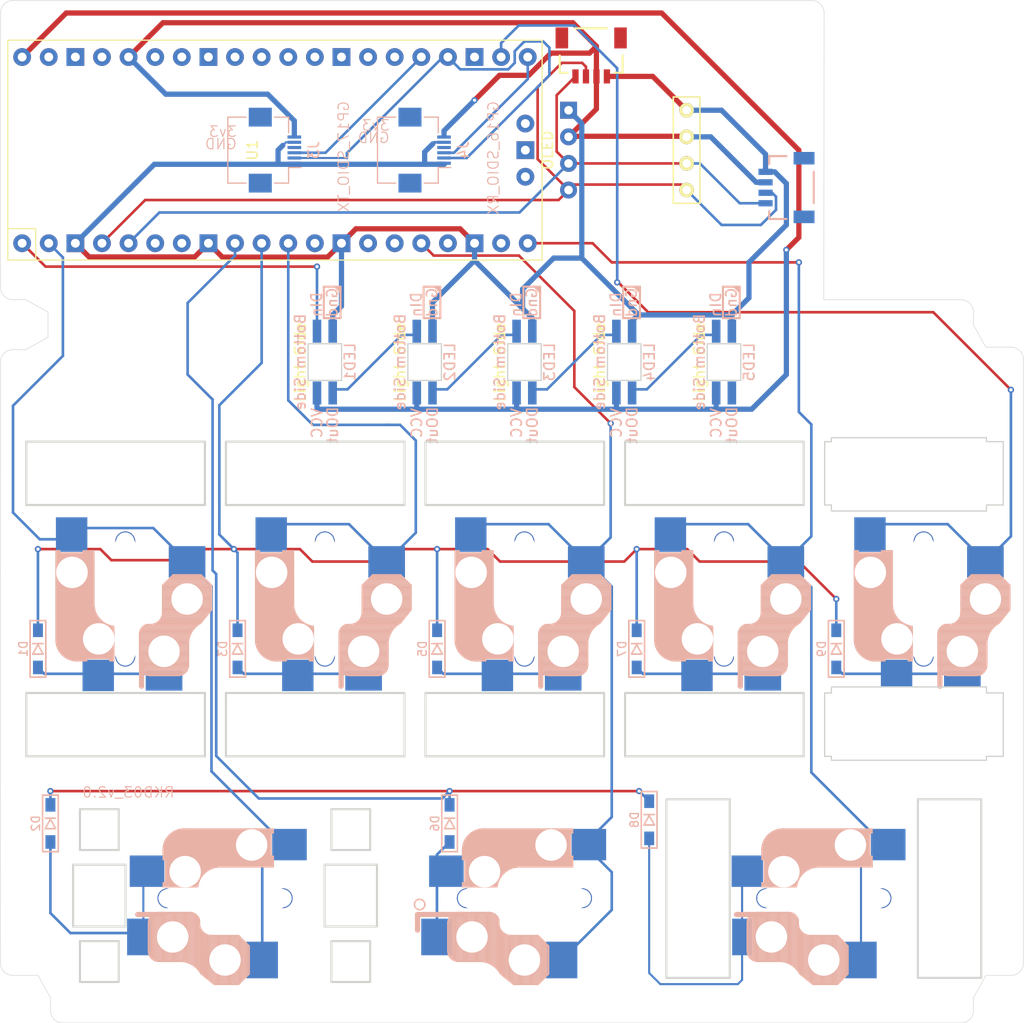
<source format=kicad_pcb>
(kicad_pcb (version 20241229) (generator "pcbnew") (generator_version "9.0")
  (layers (0 "F.Cu" signal) (2 "B.Cu" signal) (13 "F.Paste" user) (15 "B.Paste" user) (5 "F.SilkS" user "F.Silkscreen") (7 "B.SilkS" user "B.Silkscreen") (1 "F.Mask" user) (3 "B.Mask" user) (25 "Edge.Cuts" user))
  (net 0 "")
  (net 1 "Net-(D1-A)")
  (net 2 "Row0")
  (net 3 "Net-(D2-A)")
  (net 4 "Row1")
  (net 5 "Net-(D3-A)")
  (net 6 "Net-(D5-A)")
  (net 7 "Net-(D6-A)")
  (net 8 "Net-(D7-A)")
  (net 9 "Net-(D8-A)")
  (net 10 "Net-(D9-A)")
  (net 11 "SCL-DIO")
  (net 12 "GND")
  (net 13 "SDA-SCK")
  (net 14 "VCC")
  (net 15 "Col0")
  (net 16 "Col1")
  (net 17 "Col2")
  (net 18 "Col3")
  (net 20 "LED")
  (net 21 "Col4")
  (net 24 "3v3")
  (net 30 "unconnected-(U1-3V3_EN-Pad37)")
  (net 31 "Net-(LED1-DOUT)")
  (net 32 "Net-(LED2-DOUT)")
  (net 33 "Net-(LED3-DOUT)")
  (net 34 "Net-(LED4-DOUT)")
  (net 40 "SCLK")
  (net 57 "SDIO_TX")
  (net 58 "SDIO_RX")
  (footprint "kbd_Parts:LED_SK6812MINI-E_BL" (layer "F.Cu") (at 111.9188 51.196975 -90)
    (property "Reference" "LED5")
    (property "Value" "LED_SK6812MINI-E")
    (fp_line (start -1.75 1.6) (end -1.75 -1.6) (stroke (width 0.12)) (layer "Edge.Cuts"))
    (fp_line (start 1.75 1.6) (end -1.75 1.6) (stroke (width 0.12)) (layer "Edge.Cuts"))
    (fp_line (start -1.75 -1.6) (end 1.75 -1.6) (stroke (width 0.12)) (layer "Edge.Cuts"))
    (fp_line (start 1.75 -1.6) (end 1.75 1.6) (stroke (width 0.12)) (layer "Edge.Cuts"))
  )
  (footprint "Rikkodo_FootPrint:rkd_Guard_Screw_Hall" (layer "F.Cu") (at 75.0094 30.9562)
    (property "Reference" "M1" (hide yes))
    (property "Value" "Mark" (hide yes))
  )
  (footprint "kbd_Parts:Diode_SMD" (layer "F.Cu") (at 104.775 94.9037 -90)
    (property "Reference" "D8")
    (property "Value" "D" (hide yes))
  )
  (footprint "Rikkodo_FootPrint:rkd_Asm_CherryChocV1V2_Hotswap_1u" (layer "F.Cu") (at 92.8688 102.3937)
    (property "Reference" "SW6" (hide yes))
    (property "Value" "SW_Push" (hide yes))
  )
  (footprint "kbd_Parts:LED_SK6812MINI-E_BL" (layer "F.Cu") (at 73.8188 51.196875 -90)
    (property "Reference" "LED1")
    (property "Value" "LED_SK6812MINI-E")
    (fp_line (start -1.75 1.6) (end -1.75 -1.6) (stroke (width 0.12)) (layer "Edge.Cuts"))
    (fp_line (start 1.75 1.6) (end -1.75 1.6) (stroke (width 0.12)) (layer "Edge.Cuts"))
    (fp_line (start -1.75 -1.6) (end 1.75 -1.6) (stroke (width 0.12)) (layer "Edge.Cuts"))
    (fp_line (start 1.75 -1.6) (end 1.75 1.6) (stroke (width 0.12)) (layer "Edge.Cuts"))
  )
  (footprint "Rikkodo_FootPrint:rkd_Asm_CherryChocV1V2_Hotswap_2u" (layer "F.Cu") (at 92.8688 73.8187 90)
    (property "Reference" "SW5" (hide yes))
    (property "Value" "SW_Push" (hide yes))
    (fp_line (start 15.025 -9.445) (end 8.975 -9.445) (stroke (width 0.2)) (layer "Edge.Cuts"))
    (fp_line (start 8.975 -9.445) (end 8.975 7.605) (stroke (width 0.2)) (layer "Edge.Cuts"))
    (fp_line (start -8.975 -9.445) (end -8.975 7.605) (stroke (width 0.2)) (layer "Edge.Cuts"))
    (fp_line (start -15.025 -9.445) (end -8.975 -9.445) (stroke (width 0.2)) (layer "Edge.Cuts"))
    (fp_line (start 15.025 7.605) (end 15.025 -9.445) (stroke (width 0.2)) (layer "Edge.Cuts"))
    (fp_line (start 8.975 7.605) (end 15.025 7.605) (stroke (width 0.2)) (layer "Edge.Cuts"))
    (fp_line (start -8.975 7.605) (end -15.025 7.605) (stroke (width 0.2)) (layer "Edge.Cuts"))
    (fp_line (start -15.025 7.605) (end -15.025 -9.445) (stroke (width 0.2)) (layer "Edge.Cuts"))
  )
  (footprint "kbd_Parts:LED_SK6812MINI-E_BL" (layer "F.Cu") (at 92.8688 51.196875 -90)
    (property "Reference" "LED3")
    (property "Value" "LED_SK6812MINI-E")
    (fp_line (start -1.75 1.6) (end -1.75 -1.6) (stroke (width 0.12)) (layer "Edge.Cuts"))
    (fp_line (start 1.75 1.6) (end -1.75 1.6) (stroke (width 0.12)) (layer "Edge.Cuts"))
    (fp_line (start -1.75 -1.6) (end 1.75 -1.6) (stroke (width 0.12)) (layer "Edge.Cuts"))
    (fp_line (start 1.75 -1.6) (end 1.75 1.6) (stroke (width 0.12)) (layer "Edge.Cuts"))
  )
  (footprint "Rikkodo_FootPrint:rkd_Asm_CherryChocV1V2_Hotswap_2u" (layer "F.Cu") (at 73.8188 73.8187 90)
    (property "Reference" "SW3" (hide yes))
    (property "Value" "SW_Push" (hide yes))
    (fp_line (start 15.025 -9.445) (end 8.975 -9.445) (stroke (width 0.2)) (layer "Edge.Cuts"))
    (fp_line (start 8.975 -9.445) (end 8.975 7.605) (stroke (width 0.2)) (layer "Edge.Cuts"))
    (fp_line (start -8.975 -9.445) (end -8.975 7.605) (stroke (width 0.2)) (layer "Edge.Cuts"))
    (fp_line (start -15.025 -9.445) (end -8.975 -9.445) (stroke (width 0.2)) (layer "Edge.Cuts"))
    (fp_line (start 15.025 7.605) (end 15.025 -9.445) (stroke (width 0.2)) (layer "Edge.Cuts"))
    (fp_line (start 8.975 7.605) (end 15.025 7.605) (stroke (width 0.2)) (layer "Edge.Cuts"))
    (fp_line (start -8.975 7.605) (end -15.025 7.605) (stroke (width 0.2)) (layer "Edge.Cuts"))
    (fp_line (start -15.025 7.605) (end -15.025 -9.445) (stroke (width 0.2)) (layer "Edge.Cuts"))
  )
  (footprint "kbd_Hole:m2_Screw_Hole" (layer "F.Cu") (at 121.44375 50.00625)
    (property "Reference" "M3")
    (property "Value" "Mark")
  )
  (footprint "kbd_Parts:Diode_SMD" (layer "F.Cu") (at 85.725 95.25 -90)
    (property "Reference" "D6")
    (property "Value" "D" (hide yes))
  )
  (footprint "Rikkodo_FootPrint:rkd_Asm_CherryChocV1V2byV1_Hotswap_2u" (layer "F.Cu") (at 64.29375 102.39375)
    (property "Reference" "SW2" (hide yes))
    (property "Value" "SW_Push" (hide yes))
    (fp_line (start -14.5 -3.2) (end -14.5 2.7) (stroke (width 0.2)) (layer "Edge.Cuts"))
    (fp_line (start -13.85 -8.5) (end -10.15 -8.5) (stroke (width 0.2)) (layer "Edge.Cuts"))
    (fp_line (start -13.85 -4.6) (end -13.85 -8.5) (stroke (width 0.2)) (layer "Edge.Cuts"))
    (fp_line (start -13.85 8) (end -13.85 4.1) (stroke (width 0.2)) (layer "Edge.Cuts"))
    (fp_line (start -13.85 8) (end -10.15 8) (stroke (width 0.2)) (layer "Edge.Cuts"))
    (fp_line (start -10.15 -8.5) (end -10.15 -4.6) (stroke (width 0.2)) (layer "Edge.Cuts"))
    (fp_line (start -10.15 -4.6) (end -13.85 -4.6) (stroke (width 0.2)) (layer "Edge.Cuts"))
    (fp_line (start -10.15 4.1) (end -13.85 4.1) (stroke (width 0.2)) (layer "Edge.Cuts"))
    (fp_line (start -10.15 8) (end -10.15 4.1) (stroke (width 0.2)) (layer "Edge.Cuts"))
    (fp_line (start -9.5 -3.2) (end -14.5 -3.2) (stroke (width 0.2)) (layer "Edge.Cuts"))
    (fp_line (start -9.5 2.7) (end -14.5 2.7) (stroke (width 0.2)) (layer "Edge.Cuts"))
    (fp_line (start -9.5 2.7) (end -9.5 -3.2) (stroke (width 0.2)) (layer "Edge.Cuts"))
    (fp_line (start 9.5 -3.2) (end 9.5 2.7) (stroke (width 0.2)) (layer "Edge.Cuts"))
    (fp_line (start 9.5 -3.2) (end 14.5 -3.2) (stroke (width 0.2)) (layer "Edge.Cuts"))
    (fp_line (start 9.5 2.7) (end 14.5 2.7) (stroke (width 0.2)) (layer "Edge.Cuts"))
    (fp_line (start 10.15 -8.5) (end 10.15 -4.6) (stroke (width 0.2)) (layer "Edge.Cuts"))
    (fp_line (start 10.15 -4.6) (end 13.85 -4.6) (stroke (width 0.2)) (layer "Edge.Cuts"))
    (fp_line (start 10.15 4.1) (end 13.85 4.1) (stroke (width 0.2)) (layer "Edge.Cuts"))
    (fp_line (start 10.15 8) (end 10.15 4.1) (stroke (width 0.2)) (layer "Edge.Cuts"))
    (fp_line (start 13.85 -8.5) (end 10.15 -8.5) (stroke (width 0.2)) (layer "Edge.Cuts"))
    (fp_line (start 13.85 -8.5) (end 13.85 -4.6) (stroke (width 0.2)) (layer "Edge.Cuts"))
    (fp_line (start 13.85 4.1) (end 13.85 8) (stroke (width 0.2)) (layer "Edge.Cuts"))
    (fp_line (start 13.85 8) (end 10.15 8) (stroke (width 0.2)) (layer "Edge.Cuts"))
    (fp_line (start 14.5 2.7) (end 14.5 -3.2) (stroke (width 0.2)) (layer "Edge.Cuts"))
  )
  (footprint "kbd_Parts:OLED" (layer "F.Cu") (at 108.346875 34.76625 90)
    (property "Reference" "OL2")
    (property "Value" "OLED" (hide yes))
  )
  (footprint "Rikkodo_FootPrint:rkd_Asm_CherryChocV1V2_Hotswap_2u" (layer "F.Cu") (at 121.44375 102.3937)
    (property "Reference" "SW8" (hide yes))
    (property "Value" "SW_Push" (hide yes))
    (fp_line (start -15.025 -9.445) (end -8.975 -9.445) (stroke (width 0.2)) (layer "Edge.Cuts"))
    (fp_line (start -15.025 7.605) (end -15.025 -9.445) (stroke (width 0.2)) (layer "Edge.Cuts"))
    (fp_line (start -8.975 -9.445) (end -8.975 7.605) (stroke (width 0.2)) (layer "Edge.Cuts"))
    (fp_line (start -8.975 7.605) (end -15.025 7.605) (stroke (width 0.2)) (layer "Edge.Cuts"))
    (fp_line (start 8.975 -9.445) (end 8.975 7.605) (stroke (width 0.2)) (layer "Edge.Cuts"))
    (fp_line (start 8.975 7.605) (end 15.025 7.605) (stroke (width 0.2)) (layer "Edge.Cuts"))
    (fp_line (start 15.025 -9.445) (end 8.975 -9.445) (stroke (width 0.2)) (layer "Edge.Cuts"))
    (fp_line (start 15.025 7.605) (end 15.025 -9.445) (stroke (width 0.2)) (layer "Edge.Cuts"))
  )
  (footprint "kbd_Hole:m2_Screw_Hole" (layer "F.Cu") (at 64.29375 50.00625)
    (property "Reference" "M2")
    (property "Value" "Mark")
  )
  (footprint "SparkFun-Connector:JST_SMD_1.0mm-4_Black" (layer "F.Cu") (at 99.240625 23.915625 180)
    (property "Reference" "J2")
    (property "Value" "Qwiic_RA")
  )
  (footprint "Rikkodo_FootPrint:rkd_RPi_Pico_TH" (layer "F.Cu") (at 69.0563 30.9562 90)
    (property "Reference" "U1")
    (property "Value" "Pico")
  )
  (footprint "kbd_Parts:LED_SK6812MINI-E_BL" (layer "F.Cu") (at 102.3938 51.196975 -90)
    (property "Reference" "LED4")
    (property "Value" "LED_SK6812MINI-E")
    (fp_line (start -1.75 1.6) (end -1.75 -1.6) (stroke (width 0.12)) (layer "Edge.Cuts"))
    (fp_line (start 1.75 1.6) (end -1.75 1.6) (stroke (width 0.12)) (layer "Edge.Cuts"))
    (fp_line (start -1.75 -1.6) (end 1.75 -1.6) (stroke (width 0.12)) (layer "Edge.Cuts"))
    (fp_line (start 1.75 -1.6) (end 1.75 1.6) (stroke (width 0.12)) (layer "Edge.Cuts"))
  )
  (footprint "BrownSugar_KBD:OLED_center_display" (layer "F.Cu") (at 78.5813 30.9562 90)
    (property "Reference" "OL1")
    (property "Value" "OLED" (hide yes))
  )
  (footprint "Rikkodo_FootPrint:rkd_Asm_CherryChocV1V2_Hotswap_2uW" (layer "F.Cu") (at 130.9688 73.8187 90)
    (property "Reference" "SW9" (hide yes))
    (property "Value" "SW_Push" (hide yes))
    (fp_line (start 15.025 -9.445) (end 8.975 -9.445) (stroke (width 0.12)) (layer "Edge.Cuts"))
    (fp_line (start 15.025 -9.445) (end 15.025 -8.8) (stroke (width 0.12)) (layer "Edge.Cuts"))
    (fp_line (start 8.975 -9.445) (end 8.975 -8.8) (stroke (width 0.12)) (layer "Edge.Cuts"))
    (fp_line (start -15.025 -9.445) (end -8.975 -9.445) (stroke (width 0.12)) (layer "Edge.Cuts"))
    (fp_line (start 15.4 -8.8) (end 15.4 6) (stroke (width 0.12)) (layer "Edge.Cuts"))
    (fp_line (start 15.025 -8.8) (end 15.4 -8.8) (stroke (width 0.12)) (layer "Edge.Cuts"))
    (fp_line (start 8.4 -8.8) (end 8.975 -8.8) (stroke (width 0.12)) (layer "Edge.Cuts"))
    (fp_line (start -8.4 -8.8) (end -8.975 -8.8) (stroke (width 0.12)) (layer "Edge.Cuts"))
    (fp_line (start -8.975 -8.8) (end -8.975 -9.445) (stroke (width 0.12)) (layer "Edge.Cuts"))
    (fp_line (start -15.025 -8.8) (end -15.025 -9.445) (stroke (width 0.12)) (layer "Edge.Cuts"))
    (fp_line (start -15.025 -8.8) (end -15.4 -8.8) (stroke (width 0.12)) (layer "Edge.Cuts"))
    (fp_line (start -15.4 -8.8) (end -15.4 6) (stroke (width 0.12)) (layer "Edge.Cuts"))
    (fp_line (start 15.4 6) (end 15.025 6) (stroke (width 0.12)) (layer "Edge.Cuts"))
    (fp_line (start 8.975 6) (end 8.4 6) (stroke (width 0.12)) (layer "Edge.Cuts"))
    (fp_line (start 8.975 6) (end 8.975 7.605) (stroke (width 0.12)) (layer "Edge.Cuts"))
    (fp_line (start 8.4 6) (end 8.4 -8.8) (stroke (width 0.12)) (layer "Edge.Cuts"))
    (fp_line (start -8.4 6) (end -8.4 -8.8) (stroke (width 0.12)) (layer "Edge.Cuts"))
    (fp_line (start -8.4 6) (end -8.975 6) (stroke (width 0.12)) (layer "Edge.Cuts"))
    (fp_line (start -8.975 6) (end -8.975 7.605) (stroke (width 0.12)) (layer "Edge.Cuts"))
    (fp_line (start -15.4 6) (end -15.025 6) (stroke (width 0.12)) (layer "Edge.Cuts"))
    (fp_line (start 15.025 7.605) (end 15.025 6) (stroke (width 0.12)) (layer "Edge.Cuts"))
    (fp_line (start 8.975 7.605) (end 15.025 7.605) (stroke (width 0.12)) (layer "Edge.Cuts"))
    (fp_line (start -8.975 7.605) (end -15.025 7.605) (stroke (width 0.12)) (layer "Edge.Cuts"))
    (fp_line (start -15.025 7.605) (end -15.025 6) (stroke (width 0.12)) (layer "Edge.Cuts"))
  )
  (footprint "kbd_Parts:Diode_SMD" (layer "F.Cu") (at 122.634375 78.5812 -90)
    (property "Reference" "D9")
    (property "Value" "D" (hide yes))
  )
  (footprint "kbd_Hole:m2_Screw_Hole" (layer "F.Cu") (at 64.29375 51.196875)
    (property "Reference" "M4")
    (property "Value" "Mark")
  )
  (footprint "kbd_Parts:Diode_SMD" (layer "F.Cu") (at 65.484375 78.5812 -90)
    (property "Reference" "D3")
    (property "Value" "D" (hide yes))
  )
  (footprint "kbd_Parts:Diode_SMD" (layer "F.Cu") (at 47.625 95.25 -90)
    (property "Reference" "D2")
    (property "Value" "D" (hide yes))
  )
  (footprint "kbd_Parts:Diode_SMD" (layer "F.Cu") (at 103.584375 78.58125 -90)
    (property "Reference" "D7")
    (property "Value" "D" (hide yes))
  )
  (footprint "kbd_Hole:m2_Screw_Hole" (layer "F.Cu") (at 121.44375 51.196875)
    (property "Reference" "M5")
    (property "Value" "Mark")
  )
  (footprint "kbd_Parts:Diode_SMD" (layer "F.Cu") (at 46.434375 78.5812 -90)
    (property "Reference" "D1")
    (property "Value" "D" (hide yes))
  )
  (footprint "kbd_Parts:Diode_SMD" (layer "F.Cu") (at 84.534375 78.5812 -90)
    (property "Reference" "D5")
    (property "Value" "D" (hide yes))
  )
  (footprint "Rikkodo_FootPrint:rkd_Asm_CherryChocV1V2_Hotswap_2u" (layer "F.Cu") (at 54.7688 73.8187 90)
    (property "Reference" "SW1" (hide yes))
    (property "Value" "SW_Push" (hide yes))
    (fp_line (start 15.025 -9.445) (end 8.975 -9.445) (stroke (width 0.2)) (layer "Edge.Cuts"))
    (fp_line (start 8.975 -9.445) (end 8.975 7.605) (stroke (width 0.2)) (layer "Edge.Cuts"))
    (fp_line (start -8.975 -9.445) (end -8.975 7.605) (stroke (width 0.2)) (layer "Edge.Cuts"))
    (fp_line (start -15.025 -9.445) (end -8.975 -9.445) (stroke (width 0.2)) (layer "Edge.Cuts"))
    (fp_line (start 15.025 7.605) (end 15.025 -9.445) (stroke (width 0.2)) (layer "Edge.Cuts"))
    (fp_line (start 8.975 7.605) (end 15.025 7.605) (stroke (width 0.2)) (layer "Edge.Cuts"))
    (fp_line (start -8.975 7.605) (end -15.025 7.605) (stroke (width 0.2)) (layer "Edge.Cuts"))
    (fp_line (start -15.025 7.605) (end -15.025 -9.445) (stroke (width 0.2)) (layer "Edge.Cuts"))
  )
  (footprint "Rikkodo_FootPrint:rkd_Asm_CherryChocV1V2_Hotswap_2u" (layer "F.Cu") (at 111.9188 73.8187 90)
    (property "Reference" "SW7" (hide yes))
    (property "Value" "SW_Push" (hide yes))
    (fp_line (start 15.025 -9.445) (end 8.975 -9.445) (stroke (width 0.2)) (layer "Edge.Cuts"))
    (fp_line (start 8.975 -9.445) (end 8.975 7.605) (stroke (width 0.2)) (layer "Edge.Cuts"))
    (fp_line (start -8.975 -9.445) (end -8.975 7.605) (stroke (width 0.2)) (layer "Edge.Cuts"))
    (fp_line (start -15.025 -9.445) (end -8.975 -9.445) (stroke (width 0.2)) (layer "Edge.Cuts"))
    (fp_line (start 15.025 7.605) (end 15.025 -9.445) (stroke (width 0.2)) (layer "Edge.Cuts"))
    (fp_line (start 8.975 7.605) (end 15.025 7.605) (stroke (width 0.2)) (layer "Edge.Cuts"))
    (fp_line (start -8.975 7.605) (end -15.025 7.605) (stroke (width 0.2)) (layer "Edge.Cuts"))
    (fp_line (start -15.025 7.605) (end -15.025 -9.445) (stroke (width 0.2)) (layer "Edge.Cuts"))
  )
  (footprint "kbd_Parts:LED_SK6812MINI-E_BL" (layer "F.Cu") (at 83.3438 51.196975 -90)
    (property "Reference" "LED2")
    (property "Value" "LED_SK6812MINI-E")
    (fp_line (start -1.75 1.6) (end -1.75 -1.6) (stroke (width 0.12)) (layer "Edge.Cuts"))
    (fp_line (start 1.75 1.6) (end -1.75 1.6) (stroke (width 0.12)) (layer "Edge.Cuts"))
    (fp_line (start -1.75 -1.6) (end 1.75 -1.6) (stroke (width 0.12)) (layer "Edge.Cuts"))
    (fp_line (start 1.75 -1.6) (end 1.75 1.6) (stroke (width 0.12)) (layer "Edge.Cuts"))
  )
  (footprint "Connector_FFC-FPC:Hirose_FH12-6S-0.5SH_1x06-1MP_P0.50mm_Horizontal" (layer "B.Cu") (at 83.34375 30.95625 90)
    (property "Reference" "J4")
    (property "Value" "Conn_01x06")
  )
  (footprint "SparkFun-Connector:JST_SMD_1.0mm-4_Black" (layer "B.Cu") (at 115.882875 34.528125 -90)
    (property "Reference" "J1")
    (property "Value" "Qwiic_RA")
  )
  (footprint "Connector_FFC-FPC:Hirose_FH12-6S-0.5SH_1x06-1MP_P0.50mm_Horizontal" (layer "B.Cu") (at 69.0563 30.9562 90)
    (property "Reference" "J3")
    (property "Value" "Conn_01x06")
  )
  (gr_arc (start 135.73125 113.109375) (mid 135.382524 113.951274) (end 134.540625 114.3) (stroke (width 0.05)) (layer "Edge.Cuts"))
  (gr_line (start 42.862525 51.196875) (end 42.853125 108.578125) (stroke (width 0.05)) (layer "Edge.Cuts"))
  (gr_line (start 42.862525 17.859375) (end 42.8625 44.053125) (stroke (width 0.05)) (layer "Edge.Cuts"))
  (gr_arc (start 42.862525 51.196875) (mid 43.211244 50.354994) (end 44.053125 50.006275) (stroke (width 0.05)) (layer "Edge.Cuts"))
  (gr_line (start 45.24375 45.225) (end 47.39375 46.425) (stroke (width 0.05)) (layer "Edge.Cuts"))
  (gr_arc (start 44.053125 45.24375) (mid 43.211226 44.895024) (end 42.8625 44.053125) (stroke (width 0.05)) (layer "Edge.Cuts"))
  (gr_arc (start 140.503125 108.578125) (mid 140.154399 109.420024) (end 139.3125 109.76875) (stroke (width 0.05)) (layer "Edge.Cuts"))
  (gr_line (start 139.3125 49.775) (end 136.9125 49.775) (stroke (width 0.05)) (layer "Edge.Cuts"))
  (gr_line (start 135.73125 113.109375) (end 135.7125 111.91875) (stroke (width 0.05)) (layer "Edge.Cuts"))
  (gr_line (start 140.503125 50.965625) (end 140.503125 108.578125) (stroke (width 0.05)) (layer "Edge.Cuts"))
  (gr_line (start 44.04375 109.76875) (end 46.44375 109.76875) (stroke (width 0.05)) (layer "Edge.Cuts"))
  (gr_line (start 136.9125 109.76875) (end 139.3125 109.76875) (stroke (width 0.05)) (layer "Edge.Cuts"))
  (gr_arc (start 48.815625 114.3) (mid 47.973726 113.951274) (end 47.625 113.109375) (stroke (width 0.05)) (layer "Edge.Cuts"))
  (gr_line (start 121.471875 17.8594) (end 121.44375 45.24375) (stroke (width 0.05)) (layer "Edge.Cuts"))
  (gr_line (start 47.39375 48.825) (end 47.39375 46.425) (stroke (width 0.05)) (layer "Edge.Cuts"))
  (gr_arc (start 134.540625 45.24375) (mid 135.382502 45.592498) (end 135.73125 46.434375) (stroke (width 0.05)) (layer "Edge.Cuts"))
  (gr_line (start 47.64375 111.91875) (end 47.625 113.109375) (stroke (width 0.05)) (layer "Edge.Cuts"))
  (gr_line (start 120.28125 16.668775) (end 44.05315 16.66875) (stroke (width 0.05)) (layer "Edge.Cuts"))
  (gr_line (start 44.053125 50.00625) (end 45.24375 50.025) (stroke (width 0.05)) (layer "Edge.Cuts"))
  (gr_line (start 45.24375 50.025) (end 47.39375 48.825) (stroke (width 0.05)) (layer "Edge.Cuts"))
  (gr_line (start 45.24375 45.225) (end 44.053125 45.24375) (stroke (width 0.05)) (layer "Edge.Cuts"))
  (gr_arc (start 42.862525 17.859375) (mid 43.211261 17.017501) (end 44.05315 16.66875) (stroke (width 0.05)) (layer "Edge.Cuts"))
  (gr_line (start 48.815625 114.3) (end 134.540625 114.3) (stroke (width 0.05)) (layer "Edge.Cuts"))
  (gr_arc (start 44.04375 109.76875) (mid 43.201851 109.420024) (end 42.853125 108.578125) (stroke (width 0.05)) (layer "Edge.Cuts"))
  (gr_arc (start 139.3125 49.775) (mid 140.154399 50.123726) (end 140.503125 50.965625) (stroke (width 0.05)) (layer "Edge.Cuts"))
  (gr_arc (start 120.28125 16.668775) (mid 121.123108 17.01752) (end 121.471875 17.8594) (stroke (width 0.05)) (layer "Edge.Cuts"))
  (gr_line (start 135.7125 47.625) (end 136.9125 49.775) (stroke (width 0.05)) (layer "Edge.Cuts"))
  (gr_line (start 121.44375 45.24375) (end 134.540625 45.24375) (stroke (width 0.05)) (layer "Edge.Cuts"))
  (gr_line (start 135.7125 111.91875) (end 136.9125 109.76875) (stroke (width 0.05)) (layer "Edge.Cuts"))
  (gr_line (start 46.44375 109.76875) (end 47.64375 111.91875) (stroke (width 0.05)) (layer "Edge.Cuts"))
  (gr_line (start 135.73125 46.434375) (end 135.7125 47.625) (stroke (width 0.05)) (layer "Edge.Cuts"))
  (gr_text "GND\n" (at 65.484375 30.95625 0) (layer "B.SilkS") (effects (font (size 1 1) (thickness 0.1)) (justify left bottom mirror)))
  (gr_text "3v3" (at 65.484375 29.765625 0) (layer "B.SilkS") (effects (font (size 1 1) (thickness 0.1)) (justify left bottom mirror)))
  (gr_text "3v3" (at 80.069464 29.170287 0) (layer "B.SilkS") (effects (font (size 1 1) (thickness 0.1)) (justify left bottom mirror)))
  (gr_text "RKD03_v2.0" (at 59.53125 92.86875 0) (layer "B.SilkS") (effects (font (size 1 1) (thickness 0.1)) (justify left bottom mirror)))
  (gr_text "GP17_SDIO_TX" (at 76.2 26.19375 90) (layer "B.SilkS") (effects (font (size 1 1) (thickness 0.1)) (justify left bottom mirror)))
  (gr_text "GND\n" (at 80.069464 30.360912 0) (layer "B.SilkS") (effects (font (size 1 1) (thickness 0.1)) (justify left bottom mirror)))
  (gr_text "GP16_SDIO_RX" (at 90.4875 26.19375 90) (layer "B.SilkS") (effects (font (size 1 1) (thickness 0.1)) (justify left bottom mirror)))
  (segment (start 47.040675 80.9625) (end 58.0126 80.9625) (width 0.25) (layer "B.Cu") (net 1))
  (segment (start 58.4688 81.4187) (end 58.4688 81.6187) (width 0.25) (layer "B.Cu") (net 1))
  (segment (start 46.434375 80.3562) (end 47.040675 80.9625) (width 0.25) (layer "B.Cu") (net 1))
  (segment (start 58.0126 80.9625) (end 58.4688 81.4187) (width 0.25) (layer "B.Cu") (net 1))
  (segment (start 72.628125 70.246875) (end 78.798625 70.246875) (width 0.25) (layer "F.Cu") (net 2))
  (segment (start 78.798625 70.246875) (end 79.98925 69.05625) (width 0.25) (layer "F.Cu") (net 2))
  (segment (start 46.434375 69.05625) (end 52.3875 69.05625) (width 0.25) (layer "F.Cu") (net 2))
  (segment (start 109.593375 70.246875) (end 108.40275 69.05625) (width 0.25) (layer "F.Cu") (net 2))
  (segment (start 90.543375 70.246875) (end 89.35275 69.05625) (width 0.25) (layer "F.Cu") (net 2))
  (segment (start 53.44495 70.1137) (end 60.85505 70.1137) (width 0.25) (layer "F.Cu") (net 2))
  (segment (start 89.35275 69.05625) (end 84.534375 69.05625) (width 0.25) (layer "F.Cu") (net 2))
  (segment (start 119.0625 70.246875) (end 109.593375 70.246875) (width 0.25) (layer "F.Cu") (net 2))
  (segment (start 108.40275 69.05625) (end 103.584375 69.05625) (width 0.25) (layer "F.Cu") (net 2))
  (segment (start 60.85505 70.1137) (end 61.9125 69.05625) (width 0.25) (layer "F.Cu") (net 2))
  (segment (start 65.136675 69.05625) (end 71.4375 69.05625) (width 0.25) (layer "F.Cu") (net 2))
  (segment (start 61.9125 69.05625) (end 65.136675 69.05625) (width 0.25) (layer "F.Cu") (net 2))
  (segment (start 103.584375 69.05625) (end 102.39375 70.246875) (width 0.25) (layer "F.Cu") (net 2))
  (segment (start 79.98925 69.05625) (end 84.534375 69.05625) (width 0.25) (layer "F.Cu") (net 2))
  (segment (start 122.634375 73.81875) (end 119.0625 70.246875) (width 0.25) (layer "F.Cu") (net 2))
  (segment (start 71.4375 69.05625) (end 72.628125 70.246875) (width 0.25) (layer "F.Cu") (net 2))
  (segment (start 52.3875 69.05625) (end 53.44495 70.1137) (width 0.25) (layer "F.Cu") (net 2))
  (segment (start 102.39375 70.246875) (end 90.543375 70.246875) (width 0.25) (layer "F.Cu") (net 2))
  (via (at 103.584375 69.05625) (size 0.6) (drill 0.3) (layers "F.Cu" "B.Cu") (net 2))
  (via (at 46.434375 69.05625) (size 0.6) (drill 0.3) (layers "F.Cu" "B.Cu") (net 2))
  (via (at 122.634375 73.81875) (size 0.6) (drill 0.3) (layers "F.Cu" "B.Cu") (net 2))
  (via (at 65.136675 69.05625) (size 0.6) (drill 0.3) (layers "F.Cu" "B.Cu") (net 2))
  (via (at 84.534375 69.05625) (size 0.6) (drill 0.3) (layers "F.Cu" "B.Cu") (net 2))
  (segment (start 84.534375 69.05625) (end 84.534375 76.8062) (width 0.25) (layer "B.Cu") (net 2))
  (segment (start 46.434375 69.05625) (end 46.434375 76.8062) (width 0.25) (layer "B.Cu") (net 2))
  (segment (start 65.484375 69.40395) (end 65.484375 76.8062) (width 0.25) (layer "B.Cu") (net 2))
  (segment (start 67.7863 51.2762) (end 67.7863 39.8462) (width 0.25) (layer "B.Cu") (net 2))
  (segment (start 103.584375 69.05625) (end 103.584375 76.80625) (width 0.25) (layer "B.Cu") (net 2))
  (segment (start 65.136675 69.05625) (end 65.484375 69.40395) (width 0.25) (layer "B.Cu") (net 2))
  (segment (start 63.7488 55.3137) (end 67.7863 51.2762) (width 0.25) (layer "B.Cu") (net 2))
  (segment (start 122.634375 73.81875) (end 122.634375 76.8062) (width 0.25) (layer "B.Cu") (net 2))
  (segment (start 63.7488 67.668375) (end 63.7488 55.3137) (width 0.25) (layer "B.Cu") (net 2))
  (segment (start 65.136675 69.05625) (end 63.7488 67.668375) (width 0.25) (layer "B.Cu") (net 2))
  (segment (start 49.534867 105.71875) (end 56.11875 105.71875) (width 0.25) (layer "B.Cu") (net 3))
  (segment (start 56.11875 105.71875) (end 56.49375 106.09375) (width 0.25) (layer "B.Cu") (net 3))
  (segment (start 56.49375 100.61375) (end 56.49375 106.09375) (width 0.2) (layer "B.Cu") (net 3))
  (segment (start 57.29375 99.81375) (end 56.49375 100.61375) (width 0.2) (layer "B.Cu") (net 3))
  (segment (start 47.625 97.025) (end 47.625 103.808883) (width 0.25) (layer "B.Cu") (net 3))
  (segment (start 47.625 103.808883) (end 49.534867 105.71875) (width 0.25) (layer "B.Cu") (net 3))
  (segment (start 47.625 92.1655) (end 85.725 92.1655) (width 0.25) (layer "F.Cu") (net 4))
  (segment (start 85.725 92.1655) (end 103.8118 92.1655) (width 0.25) (layer "F.Cu") (net 4))
  (via (at 103.8118 92.1655) (size 0.6) (drill 0.3) (layers "F.Cu" "B.Cu") (net 4))
  (via (at 47.625 92.1655) (size 0.6) (drill 0.3) (layers "F.Cu" "B.Cu") (net 4))
  (via (at 85.725 92.1655) (size 0.6) (drill 0.3) (layers "F.Cu" "B.Cu") (net 4))
  (segment (start 65.2463 39.8462) (end 65.2463 41.0229) (width 0.25) (layer "B.Cu") (net 4))
  (segment (start 47.625 92.1655) (end 47.625 93.475) (width 0.25) (layer "B.Cu") (net 4))
  (segment (start 85.02175 92.86875) (end 85.725 92.1655) (width 0.25) (layer "B.Cu") (net 4))
  (segment (start 63.103125 54.76875) (end 63.103125 71.090625) (width 0.25) (layer "B.Cu") (net 4))
  (segment (start 67.514967 92.86875) (end 85.02175 92.86875) (width 0.25) (layer "B.Cu") (net 4))
  (segment (start 63.45 71.4375) (end 63.45 88.803783) (width 0.25) (layer "B.Cu") (net 4))
  (segment (start 63.45 88.803783) (end 67.514967 92.86875) (width 0.25) (layer "B.Cu") (net 4))
  (segment (start 60.721875 45.547325) (end 60.721875 52.3875) (width 0.25) (layer "B.Cu") (net 4))
  (segment (start 63.103125 71.090625) (end 63.45 71.4375) (width 0.25) (layer "B.Cu") (net 4))
  (segment (start 60.721875 52.3875) (end 63.103125 54.76875) (width 0.25) (layer "B.Cu") (net 4))
  (segment (start 103.8118 92.1655) (end 104.775 93.1287) (width 0.25) (layer "B.Cu") (net 4))
  (segment (start 65.2463 41.0229) (end 60.721875 45.547325) (width 0.25) (layer "B.Cu") (net 4))
  (segment (start 85.725 93.475) (end 85.725 92.1655) (width 0.25) (layer "B.Cu") (net 4))
  (segment (start 77.0626 80.9625) (end 66.090675 80.9625) (width 0.25) (layer "B.Cu") (net 5))
  (segment (start 66.090675 80.9625) (end 65.484375 80.3562) (width 0.25) (layer "B.Cu") (net 5))
  (segment (start 77.5188 81.4187) (end 77.0626 80.9625) (width 0.25) (layer "B.Cu") (net 5))
  (segment (start 77.5188 81.6187) (end 77.5188 81.4187) (width 0.25) (layer "B.Cu") (net 5))
  (segment (start 85.140675 80.9625) (end 84.534375 80.3562) (width 0.25) (layer "B.Cu") (net 6))
  (segment (start 96.1126 80.9625) (end 85.140675 80.9625) (width 0.25) (layer "B.Cu") (net 6))
  (segment (start 96.5688 81.4187) (end 96.1126 80.9625) (width 0.25) (layer "B.Cu") (net 6))
  (segment (start 96.5688 81.6187) (end 96.5688 81.4187) (width 0.25) (layer "B.Cu") (net 6))
  (segment (start 85.725 97.025) (end 84.5188 98.2312) (width 0.25) (layer "B.Cu") (net 7))
  (segment (start 84.5188 98.2312) (end 84.5188 106.0937) (width 0.25) (layer "B.Cu") (net 7))
  (segment (start 104.190625 80.9625) (end 103.584375 80.35625) (width 0.25) (layer "B.Cu") (net 8))
  (segment (start 115.6188 81.4187) (end 115.1626 80.9625) (width 0.25) (layer "B.Cu") (net 8))
  (segment (start 115.6188 81.6187) (end 115.6188 81.4187) (width 0.25) (layer "B.Cu") (net 8))
  (segment (start 115.1626 80.9625) (end 104.190625 80.9625) (width 0.25) (layer "B.Cu") (net 8))
  (segment (start 113.2388 110.5987) (end 113.64375 110.19375) (width 0.2) (layer "B.Cu") (net 9))
  (segment (start 104.775 96.6787) (end 104.775 109.5375) (width 0.2) (layer "B.Cu") (net 9))
  (segment (start 113.64375 110.19375) (end 113.64375 106.0937) (width 0.2) (layer "B.Cu") (net 9))
  (segment (start 104.775 109.5375) (end 105.8362 110.5987) (width 0.2) (layer "B.Cu") (net 9))
  (segment (start 113.64375 100.7637) (end 114.59375 99.8137) (width 0.2) (layer "B.Cu") (net 9))
  (segment (start 113.64375 106.0937) (end 113.64375 100.7637) (width 0.2) (layer "B.Cu") (net 9))
  (segment (start 105.8362 110.5987) (end 113.2388 110.5987) (width 0.2) (layer "B.Cu") (net 9))
  (segment (start 123.240675 80.9625) (end 122.634375 80.3562) (width 0.25) (layer "B.Cu") (net 10))
  (segment (start 134.2126 80.9625) (end 123.240675 80.9625) (width 0.25) (layer "B.Cu") (net 10))
  (segment (start 134.6688 81.6187) (end 134.6688 81.4187) (width 0.25) (layer "B.Cu") (net 10))
  (segment (start 134.6688 81.4187) (end 134.2126 80.9625) (width 0.25) (layer "B.Cu") (net 10))
  (segment (start 97.0813 32.2262) (end 95.9463 31.0912) (width 0.25) (layer "F.Cu") (net 11))
  (segment (start 108.346875 32.22625) (end 108.346825 32.2262) (width 0.25) (layer "F.Cu") (net 11))
  (segment (start 95.9463 25.70995) (end 97.740625 23.915625) (width 0.25) (layer "F.Cu") (net 11))
  (segment (start 95.9463 31.0912) (end 95.9463 25.70995) (width 0.25) (layer "F.Cu") (net 11))
  (segment (start 108.346825 32.2262) (end 97.0813 32.2262) (width 0.25) (layer "F.Cu") (net 11))
  (segment (start 97.0813 32.2262) (end 92.398156 36.909344) (width 0.25) (layer "B.Cu") (net 11))
  (segment (start 58.023156 36.909344) (end 55.0863 39.8462) (width 0.25) (layer "B.Cu") (net 11))
  (segment (start 92.398156 36.909344) (end 58.023156 36.909344) (width 0.25) (layer "B.Cu") (net 11))
  (segment (start 113.41875 36.028125) (end 109.616875 32.22625) (width 0.25) (layer "B.Cu") (net 11))
  (segment (start 97.551925 32.2262) (end 97.63125 32.146875) (width 0.25) (layer "B.Cu") (net 11))
  (segment (start 109.616875 32.22625) (end 108.346875 32.22625) (width 0.25) (layer "B.Cu") (net 11))
  (segment (start 115.882875 36.028125) (end 113.41875 36.028125) (width 0.25) (layer "B.Cu") (net 11))
  (segment (start 97.0813 32.2262) (end 97.551925 32.2262) (width 0.25) (layer "B.Cu") (net 11))
  (segment (start 61.3979 41.1546) (end 51.3147 41.1546) (width 0.5) (layer "F.Cu") (net 12))
  (segment (start 76.7846 38.4679) (end 86.728 38.4679) (width 0.5) (layer "F.Cu") (net 12))
  (segment (start 74.0802 41.1723) (end 75.4063 39.8462) (width 0.5) (layer "F.Cu") (net 12))
  (segment (start 75.4063 39.8462) (end 76.7846 38.4679) (width 0.5) (layer "F.Cu") (net 12))
  (segment (start 108.346875 27.14625) (end 105.11625 23.915625) (width 0.5) (layer "F.Cu") (net 12))
  (segment (start 62.7063 39.8462) (end 64.0324 41.1723) (width 0.5) (layer "F.Cu") (net 12))
  (segment (start 62.7063 39.8462) (end 61.3979 41.1546) (width 0.5) (layer "F.Cu") (net 12))
  (segment (start 51.3147 41.1546) (end 50.0063 39.8462) (width 0.5) (layer "F.Cu") (net 12))
  (segment (start 105.11625 23.915625) (end 100.740625 23.915625) (width 0.5) (layer "F.Cu") (net 12))
  (segment (start 86.728 38.4679) (end 88.1063 39.8462) (width 0.5) (layer "F.Cu") (net 12))
  (segment (start 64.0324 41.1723) (end 74.0802 41.1723) (width 0.5) (layer "F.Cu") (net 12))
  (segment (start 112.6688 46.695275) (end 114.3 45.064075) (width 0.5) (layer "B.Cu") (net 12))
  (segment (start 114.3 41.671875) (end 117.871875 38.1) (width 0.5) (layer "B.Cu") (net 12))
  (segment (start 93.6188 47.005425) (end 92.690575 46.0772) (width 0.5) (layer "B.Cu") (net 12))
  (segment (start 57.5453 32.3072) (end 50.0063 39.8462) (width 0.5) (layer "B.Cu") (net 12))
  (segment (start 84.0938 48.596975) (end 84.0938 45.5046) (width 0.5) (layer "B.Cu") (net 12))
  (segment (start 92.690575 44.2313) (end 92.690575 46.076375) (width 0.5) (layer "B.Cu") (net 12))
  (segment (start 98.343 28.4079) (end 98.343 41.2669) (width 0.5) (layer "B.Cu") (net 12))
  (segment (start 117.871875 38.1) (end 117.871875 34.142125) (width 0.5) (layer "B.Cu") (net 12))
  (segment (start 103.7055 46.6294) (end 103.7055 46.696675) (width 0.5) (layer "B.Cu") (net 12))
  (segment (start 93.6188 48.596875) (end 93.6188 47.005425) (width 0.5) (layer "B.Cu") (net 12))
  (segment (start 83.3428 32.3072) (end 69.353848 32.3072) (width 0.5) (layer "B.Cu") (net 12))
  (segment (start 114.3 45.064075) (end 114.3 41.671875) (width 0.5) (layer "B.Cu") (net 12))
  (segment (start 112.6688 46.696675) (end 112.6688 46.695975) (width 0.5) (layer "B.Cu") (net 12))
  (segment (start 75.4063 45.857675) (end 74.5688 46.695175) (width 0.5) (layer "B.Cu") (net 12))
  (segment (start 103.1438 47.258375) (end 103.7055 46.696675) (width 0.5) (layer "B.Cu") (net 12))
  (segment (start 69.353848 30.956224) (end 69.353848 32.3072) (width 0.5) (layer "B.Cu") (net 12))
  (segment (start 112.6688 48.596975) (end 112.6688 46.695275) (width 0.5) (layer "B.Cu") (net 12))
  (segment (start 116.757875 33.028125) (end 115.882875 33.028125) (width 0.5) (layer "B.Cu") (net 12))
  (segment (start 83.34375 32.30625) (end 83.3428 32.3072) (width 0.5) (layer "B.Cu") (net 12))
  (segment (start 97.0813 27.1462) (end 98.343 28.4079) (width 0.5) (layer "B.Cu") (net 12))
  (segment (start 98.343 41.2669) (end 95.654975 41.2669) (width 0.5) (layer "B.Cu") (net 12))
  (segment (start 115.882875 31.3485) (end 111.680625 27.14625) (width 0.5) (layer "B.Cu") (net 12))
  (segment (start 69.353848 32.3072) (end 57.5453 32.3072) (width 0.5) (layer "B.Cu") (net 12))
  (segment (start 84.125 30.35625) (end 84.275 30.20625) (width 0.25) (layer "B.Cu") (net 12))
  (segment (start 112.6674 46.696675) (end 112.6688 46.695275) (width 0.5) (layer "B.Cu") (net 12))
  (segment (start 74.5688 48.596875) (end 74.5688 46.695175) (width 0.5) (layer "B.Cu") (net 12))
  (segment (start 98.343 41.2669) (end 103.7055 46.6294) (width 0.5) (layer "B.Cu") (net 12))
  (segment (start 88.1063 39.8462) (end 88.1063 41.4921) (width 0.5) (layer "B.Cu") (net 12))
  (segment (start 103.7055 46.696675) (end 112.6674 46.696675) (width 0.5) (layer "B.Cu") (net 12))
  (segment (start 75.4063 39.8462) (end 75.4063 45.857675) (width 0.5) (layer "B.Cu") (net 12))
  (segment (start 69.8053 30.504772) (end 70.103872 30.2062) (width 0.2) (layer "B.Cu") (net 12))
  (segment (start 111.680625 27.14625) (end 108.346875 27.14625) (width 0.5) (layer "B.Cu") (net 12))
  (segment (start 112.6688 46.695975) (end 112.6688 46.695275) (width 0.5) (layer "B.Cu") (net 12))
  (segment (start 92.690575 46.076375) (end 88.1063 41.4921) (width 0.5) (layer "B.Cu") (net 12))
  (segment (start 83.34375 31.1375) (end 83.34375 32.30625) (width 0.5) (layer "B.Cu") (net 12))
  (segment (start 92.690575 46.0772) (end 92.690575 46.076375) (width 0.5) (layer "B.Cu") (net 12))
  (segment (start 70.103872 30.2062) (end 70.9063 30.2062) (width 0.2) (layer "B.Cu") (net 12))
  (segment (start 84.125 30.35625) (end 83.34375 31.1375) (width 0.5) (layer "B.Cu") (net 12))
  (segment (start 69.8053 30.504772) (end 69.353848 30.956224) (width 0.5) (layer "B.Cu") (net 12))
  (segment (start 88.1063 41.4921) (end 84.0938 45.5046) (width 0.5) (layer "B.Cu") (net 12))
  (segment (start 84.275 30.20625) (end 85.225 30.20625) (width 0.25) (layer "B.Cu") (net 12))
  (segment (start 83.34375 32.30625) (end 85.225 32.30625) (width 0.5) (layer "B.Cu") (net 12))
  (segment (start 115.882875 33.028125) (end 115.882875 31.3485) (width 0.5) (layer "B.Cu") (net 12))
  (segment (start 103.1438 47.258375) (end 103.1438 48.596975) (width 0.5) (layer "B.Cu") (net 12))
  (segment (start 117.871875 34.142125) (end 116.757875 33.028125) (width 0.5) (layer "B.Cu") (net 12))
  (segment (start 95.654975 41.2669) (end 92.690575 44.2313) (width 0.5) (layer "B.Cu") (net 12))
  (segment (start 98.740625 22.990625) (end 98.740625 23.915625) (width 0.25) (layer "F.Cu") (net 13))
  (segment (start 108.346875 34.76625) (end 107.824325 34.2437) (width 0.25) (layer "F.Cu") (net 13))
  (segment (start 97.0813 34.7662) (end 94.1313 31.8162) (width 0.25) (layer "F.Cu") (net 13))
  (segment (start 96.440625 22.621875) (end 98.371875 22.621875) (width 0.25) (layer "F.Cu") (net 13))
  (segment (start 107.824325 34.2437) (end 97.6038 34.2437) (width 0.25) (layer "F.Cu") (net 13))
  (segment (start 94.1313 24.9312) (end 96.440625 22.621875) (width 0.25) (layer "F.Cu") (net 13))
  (segment (start 97.6038 34.2437) (end 97.0813 34.7662) (width 0.25) (layer "F.Cu") (net 13))
  (segment (start 98.371875 22.621875) (end 98.740625 22.990625) (width 0.25) (layer "F.Cu") (net 13))
  (segment (start 56.67375 35.71875) (end 96.12875 35.71875) (width 0.25) (layer "F.Cu") (net 13))
  (segment (start 96.12875 35.71875) (end 97.0813 34.7662) (width 0.25) (layer "F.Cu") (net 13))
  (segment (start 94.1313 31.8162) (end 94.1313 24.9312) (width 0.25) (layer "F.Cu") (net 13))
  (segment (start 52.5463 39.8462) (end 56.67375 35.71875) (width 0.25) (layer "F.Cu") (net 13))
  (segment (start 116.882875 35.403125) (end 116.882875 36.653125) (width 0.25) (layer "B.Cu") (net 13))
  (segment (start 116.507875 35.028125) (end 116.882875 35.403125) (width 0.25) (layer "B.Cu") (net 13))
  (segment (start 111.680625 38.1) (end 108.346875 34.76625) (width 0.25) (layer "B.Cu") (net 13))
  (segment (start 116.882875 36.653125) (end 115.436 38.1) (width 0.25) (layer "B.Cu") (net 13))
  (segment (start 115.882875 35.028125) (end 116.507875 35.028125) (width 0.25) (layer "B.Cu") (net 13))
  (segment (start 115.436 38.1) (end 111.680625 38.1) (width 0.25) (layer "B.Cu") (net 13))
  (segment (start 119.0625 39.290625) (end 119.0625 30.95625) (width 0.5) (layer "F.Cu") (net 14))
  (segment (start 117.871875 40.48125) (end 119.0625 39.290625) (width 0.5) (layer "F.Cu") (net 14))
  (segment (start 105.965625 17.859375) (end 49.133125 17.859375) (width 0.5) (layer "F.Cu") (net 14))
  (segment (start 49.133125 17.859375) (end 44.9263 22.0662) (width 0.5) (layer "F.Cu") (net 14))
  (segment (start 119.0625 30.95625) (end 105.965625 17.859375) (width 0.5) (layer "F.Cu") (net 14))
  (via (at 117.871875 40.48125) (size 0.6) (drill 0.3) (layers "F.Cu" "B.Cu") (net 14))
  (segment (start 82.5953 55.698675) (end 82.5938 55.697175) (width 0.5) (layer "B.Cu") (net 14))
  (segment (start 111.2412 55.696975) (end 101.5714 55.696975) (width 0.5) (layer "B.Cu") (net 14))
  (segment (start 82.5938 55.697175) (end 82.5938 55.698675) (width 0.5) (layer "B.Cu") (net 14))
  (segment (start 73.0689 55.698675) (end 73.0688 55.698575) (width 0.5) (layer "B.Cu") (net 14))
  (segment (start 114.5624 55.696975) (end 111.2412 55.696975) (width 0.5) (layer "B.Cu") (net 14))
  (segment (start 111.1688 55.624575) (end 111.1688 53.796975) (width 0.5) (layer "B.Cu") (net 14))
  (segment (start 73.0688 53.796875) (end 73.0688 55.698575) (width 0.5) (layer "B.Cu") (net 14))
  (segment (start 92.1188 54.747675) (end 92.1187 54.747775) (width 0.5) (layer "B.Cu") (net 14))
  (segment (start 92.1188 55.698575) (end 92.1187 55.698675) (width 0.5) (layer "B.Cu") (net 14))
  (segment (start 117.871875 52.3875) (end 114.5624 55.696975) (width 0.5) (layer "B.Cu") (net 14))
  (segment (start 82.5938 55.698675) (end 73.0689 55.698675) (width 0.5) (layer "B.Cu") (net 14))
  (segment (start 111.2412 55.696975) (end 111.1688 55.624575) (width 0.5) (layer "B.Cu") (net 14))
  (segment (start 101.5714 55.696975) (end 101.6438 55.624575) (width 0.5) (layer "B.Cu") (net 14))
  (segment (start 92.1187 54.747775) (end 92.1187 55.698675) (width 0.5) (layer "B.Cu") (net 14))
  (segment (start 117.871875 40.48125) (end 117.871875 52.3875) (width 0.5) (layer "B.Cu") (net 14))
  (segment (start 101.5714 55.696975) (end 92.1204 55.696975) (width 0.5) (layer "B.Cu") (net 14))
  (segment (start 92.1188 53.796875) (end 92.1188 54.747675) (width 0.5) (layer "B.Cu") (net 14))
  (segment (start 92.1187 55.698675) (end 82.5953 55.698675) (width 0.5) (layer "B.Cu") (net 14))
  (segment (start 92.1188 54.747675) (end 92.1188 55.698575) (width 0.5) (layer "B.Cu") (net 14))
  (segment (start 82.5938 53.796975) (end 82.5938 55.697175) (width 0.5) (layer "B.Cu") (net 14))
  (segment (start 101.6438 55.624575) (end 101.6438 53.796975) (width 0.5) (layer "B.Cu") (net 14))
  (segment (start 92.1204 55.696975) (end 92.1188 55.698575) (width 0.5) (layer "B.Cu") (net 14))
  (segment (start 48.815666 50.601605) (end 48.815666 41.195566) (width 0.25) (layer "B.Cu") (net 15))
  (segment (start 44.053125 65.565954) (end 44.053125 55.364146) (width 0.25) (layer "B.Cu") (net 15))
  (segment (start 60.6688 70.2687) (end 57.4438 67.0437) (width 0.25) (layer "B.Cu") (net 15))
  (segment (start 44.053125 55.364146) (end 48.815666 50.601605) (width 0.25) (layer "B.Cu") (net 15))
  (segment (start 57.4438 67.0437) (end 50.7238 67.0437) (width 0.25) (layer "B.Cu") (net 15))
  (segment (start 62.9988 72.5987) (end 60.6688 70.2687) (width 0.25) (layer "B.Cu") (net 15))
  (segment (start 69.99375 97.27375) (end 62.9988 90.2788) (width 0.25) (layer "B.Cu") (net 15))
  (segment (start 50.7238 67.0437) (end 49.6488 68.1187) (width 0.25) (layer "B.Cu") (net 15))
  (segment (start 49.6488 68.1187) (end 46.605871 68.1187) (width 0.25) (layer "B.Cu") (net 15))
  (segment (start 62.9988 90.2788) (end 62.9988 72.5987) (width 0.25) (layer "B.Cu") (net 15))
  (segment (start 46.605871 68.1187) (end 44.053125 65.565954) (width 0.25) (layer "B.Cu") (net 15))
  (segment (start 48.815666 41.195566) (end 47.4663 39.8462) (width 0.25) (layer "B.Cu") (net 15))
  (segment (start 67.84375 108.29375) (end 67.84375 99.42375) (width 0.25) (layer "B.Cu") (net 15))
  (segment (start 67.84375 99.42375) (end 69.99375 97.27375) (width 0.25) (layer "B.Cu") (net 15))
  (segment (start 76.1251 66.675) (end 70.1425 66.675) (width 0.25) (layer "B.Cu") (net 16))
  (segment (start 82.4988 58.6863) (end 82.4988 67.4887) (width 0.25) (layer "B.Cu") (net 16))
  (segment (start 79.771875 57.190675) (end 81.003175 57.190675) (width 0.25) (layer "B.Cu") (net 16))
  (segment (start 72.66875 57.190675) (end 79.8125 57.190675) (width 0.25) (layer "B.Cu") (net 16))
  (segment (start 79.7188 70.2687) (end 76.1251 66.675) (width 0.25) (layer "B.Cu") (net 16))
  (segment (start 70.3263 54.848225) (end 72.66875 57.190675) (width 0.25) (layer "B.Cu") (net 16))
  (segment (start 82.4988 67.4887) (end 79.7188 70.2687) (width 0.25) (layer "B.Cu") (net 16))
  (segment (start 81.003175 57.190675) (end 82.4988 58.6863) (width 0.25) (layer "B.Cu") (net 16))
  (segment (start 70.3263 39.8462) (end 70.3263 54.848225) (width 0.25) (layer "B.Cu") (net 16))
  (segment (start 70.1425 66.675) (end 68.6988 68.1187) (width 0.25) (layer "B.Cu") (net 16))
  (segment (start 101.0988 57.045675) (end 97.63125 53.578125) (width 0.25) (layer "F.Cu") (net 17))
  (segment (start 97.63125 53.578125) (end 97.63125 46.31505) (width 0.25) (layer "F.Cu") (net 17))
  (segment (start 92.3391 41.0229) (end 84.203 41.0229) (width 0.25) (layer "F.Cu") (net 17))
  (segment (start 97.63125 46.31505) (end 92.3391 41.0229) (width 0.25) (layer "F.Cu") (net 17))
  (segment (start 84.203 41.0229) (end 83.0263 39.8462) (width 0.25) (layer "F.Cu") (net 17))
  (segment (start 101.0988 57.045676) (end 101.0988 57.045675) (width 0.25) (layer "F.Cu") (net 17))
  (via (at 101.0988 57.045676) (size 0.6) (drill 0.3) (layers "F.Cu" "B.Cu") (net 17))
  (segment (start 101.0988 67.9387) (end 98.7688 70.2687) (width 0.25) (layer "B.Cu") (net 17))
  (segment (start 89.1925 66.675) (end 95.1751 66.675) (width 0.25) (layer "B.Cu") (net 17))
  (segment (start 98.7688 70.2687) (end 98.8437 70.2687) (width 0.25) (layer "B.Cu") (net 17))
  (segment (start 101.203125 103.509375) (end 96.4188 108.2937) (width 0.25) (layer "B.Cu") (net 17))
  (segment (start 101.0988 57.045676) (end 101.0988 67.9387) (width 0.25) (layer "B.Cu") (net 17))
  (segment (start 98.8437 70.2687) (end 101.203125 72.628125) (width 0.25) (layer "B.Cu") (net 17))
  (segment (start 95.1751 66.675) (end 98.7688 70.2687) (width 0.25) (layer "B.Cu") (net 17))
  (segment (start 98.5688 97.2737) (end 101.203125 99.908025) (width 0.25) (layer "B.Cu") (net 17))
  (segment (start 101.203125 94.639375) (end 98.5688 97.2737) (width 0.25) (layer "B.Cu") (net 17))
  (segment (start 101.203125 99.908025) (end 101.203125 103.509375) (width 0.25) (layer "B.Cu") (net 17))
  (segment (start 101.203125 72.628125) (end 101.203125 94.639375) (width 0.25) (layer "B.Cu") (net 17))
  (segment (start 87.7488 68.1187) (end 89.1925 66.675) (width 0.25) (layer "B.Cu") (net 17))
  (segment (start 101.203125 41.671875) (end 99.37745 39.8462) (width 0.25) (layer "F.Cu") (net 18))
  (segment (start 119.0625 41.671875) (end 101.203125 41.671875) (width 0.25) (layer "F.Cu") (net 18))
  (segment (start 99.37745 39.8462) (end 93.1863 39.8462) (width 0.25) (layer "F.Cu") (net 18))
  (via (at 119.0625 41.671875) (size 0.6) (drill 0.3) (layers "F.Cu" "B.Cu") (net 18))
  (segment (start 119.0625 55.959375) (end 120.253125 57.15) (width 0.25) (layer "B.Cu") (net 18))
  (segment (start 127.14375 97.2737) (end 124.99375 99.4237) (width 0.2) (layer "B.Cu") (net 18))
  (segment (start 124.99375 99.4237) (end 124.99375 108.2937) (width 0.2) (layer "B.Cu") (net 18))
  (segment (start 120.253125 72.703025) (end 117.8188 70.2687) (width 0.25) (layer "B.Cu") (net 18))
  (segment (start 120.253125 67.834375) (end 117.8188 70.2687) (width 0.25) (layer "B.Cu") (net 18))
  (segment (start 120.253125 90.383075) (end 120.253125 72.703025) (width 0.25) (layer "B.Cu") (net 18))
  (segment (start 127.14375 97.2737) (end 120.253125 90.383075) (width 0.25) (layer "B.Cu") (net 18))
  (segment (start 114.2251 66.675) (end 108.2425 66.675) (width 0.25) (layer "B.Cu") (net 18))
  (segment (start 119.0625 41.671875) (end 119.0625 55.959375) (width 0.25) (layer "B.Cu") (net 18))
  (segment (start 108.2425 66.675) (end 106.7988 68.1187) (width 0.25) (layer "B.Cu") (net 18))
  (segment (start 120.253125 57.15) (end 120.253125 67.834375) (width 0.25) (layer "B.Cu") (net 18))
  (segment (start 117.8188 70.2687) (end 114.2251 66.675) (width 0.25) (layer "B.Cu") (net 18))
  (segment (start 44.9263 39.8462) (end 47.16 42.0799) (width 0.25) (layer "F.Cu") (net 20))
  (segment (start 47.16 42.0799) (end 73.0688 42.0799) (width 0.25) (layer "F.Cu") (net 20))
  (via (at 73.0688 42.0799) (size 0.6) (drill 0.3) (layers "F.Cu" "B.Cu") (net 20))
  (segment (start 73.0688 47.4062) (end 73.0688 42.0799) (width 0.25) (layer "B.Cu") (net 20))
  (segment (start 131.894075 46.434375) (end 104.674237 46.434375) (width 0.25) (layer "F.Cu") (net 21))
  (segment (start 104.674237 46.434375) (end 101.823662 43.5838) (width 0.25) (layer "F.Cu") (net 21))
  (segment (start 139.303125 53.843425) (end 131.894075 46.434375) (width 0.25) (layer "F.Cu") (net 21))
  (segment (start 101.823662 43.5838) (end 101.7229 43.5838) (width 0.25) (layer "F.Cu") (net 21))
  (via (at 101.7229 43.5838) (size 0.6) (drill 0.3) (layers "F.Cu" "B.Cu") (net 21))
  (via (at 139.303125 53.843425) (size 0.6) (drill 0.3) (layers "F.Cu" "B.Cu") (net 21))
  (segment (start 133.2751 66.675) (end 127.2925 66.675) (width 0.25) (layer "B.Cu") (net 21))
  (segment (start 92.3287 19.05) (end 97.63125 19.05) (width 0.25) (layer "B.Cu") (net 21))
  (segment (start 136.8688 70.2687) (end 133.2751 66.675) (width 0.25) (layer "B.Cu") (net 21))
  (segment (start 127.2925 66.675) (end 125.8488 68.1187) (width 0.25) (layer "B.Cu") (net 21))
  (segment (start 97.63125 19.05) (end 101.7229 23.14165) (width 0.25) (layer "B.Cu") (net 21))
  (segment (start 90.6463 22.0662) (end 90.6463 20.7324) (width 0.25) (layer "B.Cu") (net 21))
  (segment (start 90.6463 20.7324) (end 92.3287 19.05) (width 0.25) (layer "B.Cu") (net 21))
  (segment (start 139.303125 67.834375) (end 136.8688 70.2687) (width 0.25) (layer "B.Cu") (net 21))
  (segment (start 101.7229 23.14165) (end 101.7229 43.5838) (width 0.25) (layer "B.Cu") (net 21))
  (segment (start 139.303125 53.843425) (end 139.303125 67.834375) (width 0.25) (layer "B.Cu") (net 21))
  (segment (start 97.490625 18.790625) (end 58.361875 18.790625) (width 0.5) (layer "F.Cu") (net 24))
  (segment (start 108.292625 29.632) (end 108.346875 29.68625) (width 0.5) (layer "F.Cu") (net 24))
  (segment (start 90.4875 23.8125) (end 93.278478 23.8125) (width 0.5) (layer "F.Cu") (net 24))
  (segment (start 95.400353 21.690625) (end 99.090625 21.690625) (width 0.5) (layer "F.Cu") (net 24))
  (segment (start 88.10625 26.19375) (end 90.4875 23.8125) (width 0.5) (layer "F.Cu") (net 24))
  (segment (start 99.740625 21.040625) (end 97.490625 18.790625) (width 0.5) (layer "F.Cu") (net 24))
  (segment (start 58.361875 18.790625) (end 55.0863 22.0662) (width 0.5) (layer "F.Cu") (net 24))
  (segment (start 97.0813 29.6862) (end 97.1355 29.632) (width 0.5) (layer "F.Cu") (net 24))
  (segment (start 99.740625 27.026875) (end 99.740625 23.915625) (width 0.5) (layer "F.Cu") (net 24))
  (segment (start 99.740625 21.040625) (end 99.740625 23.915625) (width 0.5) (layer "F.Cu") (net 24))
  (segment (start 93.278478 23.8125) (end 95.400353 21.690625) (width 0.5) (layer "F.Cu") (net 24))
  (segment (start 99.090625 21.690625) (end 99.740625 21.040625) (width 0.5) (layer "F.Cu") (net 24))
  (segment (start 97.1355 29.632) (end 108.292625 29.632) (width 0.5) (layer "F.Cu") (net 24))
  (segment (start 97.0813 29.6862) (end 99.740625 27.026875) (width 0.5) (layer "F.Cu") (net 24))
  (via (at 88.10625 26.19375) (size 0.6) (drill 0.3) (layers "F.Cu" "B.Cu") (net 24))
  (segment (start 115.882875 34.028125) (end 114.990625 34.028125) (width 0.5) (layer "B.Cu") (net 24))
  (segment (start 110.64875 29.68625) (end 108.346875 29.68625) (width 0.5) (layer "B.Cu") (net 24))
  (segment (start 70.9063 28.1542) (end 70.9063 29.6052) (width 0.5) (layer "B.Cu") (net 24))
  (segment (start 58.633204 25.613104) (end 68.365204 25.613104) (width 0.5) (layer "B.Cu") (net 24))
  (segment (start 55.0863 22.0662) (end 58.633204 25.613104) (width 0.5) (layer "B.Cu") (net 24))
  (segment (start 68.365204 25.613104) (end 70.9063 28.1542) (width 0.5) (layer "B.Cu") (net 24))
  (segment (start 85.19375 29.10625) (end 85.19375 29.60525) (width 0.5) (layer "B.Cu") (net 24))
  (segment (start 114.990625 34.028125) (end 110.64875 29.68625) (width 0.5) (layer "B.Cu") (net 24))
  (segment (start 88.10625 26.19375) (end 85.19375 29.10625) (width 0.5) (layer "B.Cu") (net 24))
  (segment (start 52.387456 22.225044) (end 52.5463 22.0662) (width 0.5) (layer "B.Cu") (net 30))
  (segment (start 82.5938 48.596975) (end 81.1812 48.596975) (width 0.25) (layer "B.Cu") (net 31))
  (segment (start 81.1812 48.596975) (end 75.9813 53.796875) (width 0.25) (layer "B.Cu") (net 31))
  (segment (start 75.9813 53.796875) (end 74.5688 53.796875) (width 0.25) (layer "B.Cu") (net 31))
  (segment (start 90.7063 48.596875) (end 92.1188 48.596875) (width 0.25) (layer "B.Cu") (net 32))
  (segment (start 84.0938 53.796975) (end 85.5062 53.796975) (width 0.25) (layer "B.Cu") (net 32))
  (segment (start 85.5062 53.796975) (end 90.7063 48.596875) (width 0.25) (layer "B.Cu") (net 32))
  (segment (start 100.2312 48.596975) (end 95.0313 53.796875) (width 0.25) (layer "B.Cu") (net 33))
  (segment (start 101.6438 48.596975) (end 100.2312 48.596975) (width 0.25) (layer "B.Cu") (net 33))
  (segment (start 95.0313 53.796875) (end 93.6188 53.796875) (width 0.25) (layer "B.Cu") (net 33))
  (segment (start 109.7562 48.596975) (end 111.1688 48.596975) (width 0.25) (layer "B.Cu") (net 34))
  (segment (start 103.1438 53.796975) (end 104.5562 53.796975) (width 0.25) (layer "B.Cu") (net 34))
  (segment (start 104.5562 53.796975) (end 109.7562 48.596975) (width 0.25) (layer "B.Cu") (net 34))
  (segment (start 85.5663 22.0662) (end 86.7423 23.2422) (width 0.25) (layer "B.Cu") (net 40))
  (segment (start 95.25 21.168112) (end 95.25 23.8125) (width 0.25) (layer "B.Cu") (net 40))
  (segment (start 91.321416 23.2422) (end 91.941741 22.621875) (width 0.25) (layer "B.Cu") (net 40))
  (segment (start 86.7423 23.2422) (end 91.321416 23.2422) (width 0.25) (layer "B.Cu") (net 40))
  (segment (start 95.25 23.8125) (end 87.35625 31.70625) (width 0.25) (layer "B.Cu") (net 40))
  (segment (start 91.941741 22.621875) (end 91.941741 21.499809) (width 0.25) (layer "B.Cu") (net 40))
  (segment (start 92.86875 20.5728) (end 94.654688 20.5728) (width 0.25) (layer "B.Cu") (net 40))
  (segment (start 94.654688 20.5728) (end 95.25 21.168112) (width 0.25) (layer "B.Cu") (net 40))
  (segment (start 91.941741 21.499809) (end 92.86875 20.5728) (width 0.25) (layer "B.Cu") (net 40))
  (segment (start 85.08996 22.0662) (end 75.9263 31.22986) (width 0.25) (layer "B.Cu") (net 40))
  (segment (start 70.9063 31.7062) (end 75.9263 31.7062) (width 0.2) (layer "B.Cu") (net 40))
  (segment (start 87.35625 31.70625) (end 85.19375 31.70625) (width 0.25) (layer "B.Cu") (net 40))
  (segment (start 85.5663 22.0662) (end 85.08996 22.0662) (width 0.25) (layer "B.Cu") (net 40))
  (segment (start 75.9263 31.22986) (end 75.9263 31.7062) (width 0.25) (layer "B.Cu") (net 40))
  (segment (start 83.0263 22.0662) (end 73.8863 31.2062) (width 0.25) (layer "B.Cu") (net 57))
  (segment (start 73.8863 31.2062) (end 70.9063 31.2062) (width 0.25) (layer "B.Cu") (net 57))
  (segment (start 86.14575 31.20625) (end 85.19375 31.20625) (width 0.25) (layer "B.Cu") (net 58))
  (segment (start 93.1863 24.1657) (end 86.14575 31.20625) (width 0.25) (layer "B.Cu") (net 58))
  (segment (start 93.1863 22.0662) (end 93.1863 24.1657) (width 0.25) (layer "B.Cu") (net 58))
)
</source>
